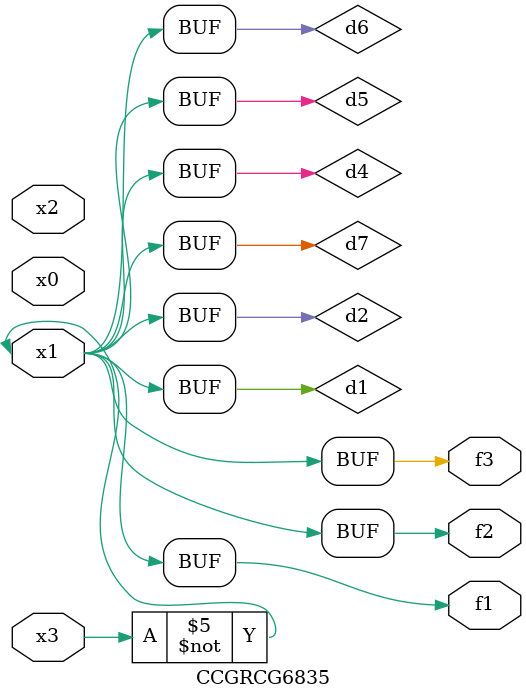
<source format=v>
module CCGRCG6835(
	input x0, x1, x2, x3,
	output f1, f2, f3
);

	wire d1, d2, d3, d4, d5, d6, d7;

	not (d1, x3);
	buf (d2, x1);
	xnor (d3, d1, d2);
	nor (d4, d1);
	buf (d5, d1, d2);
	buf (d6, d4, d5);
	nand (d7, d4);
	assign f1 = d6;
	assign f2 = d7;
	assign f3 = d6;
endmodule

</source>
